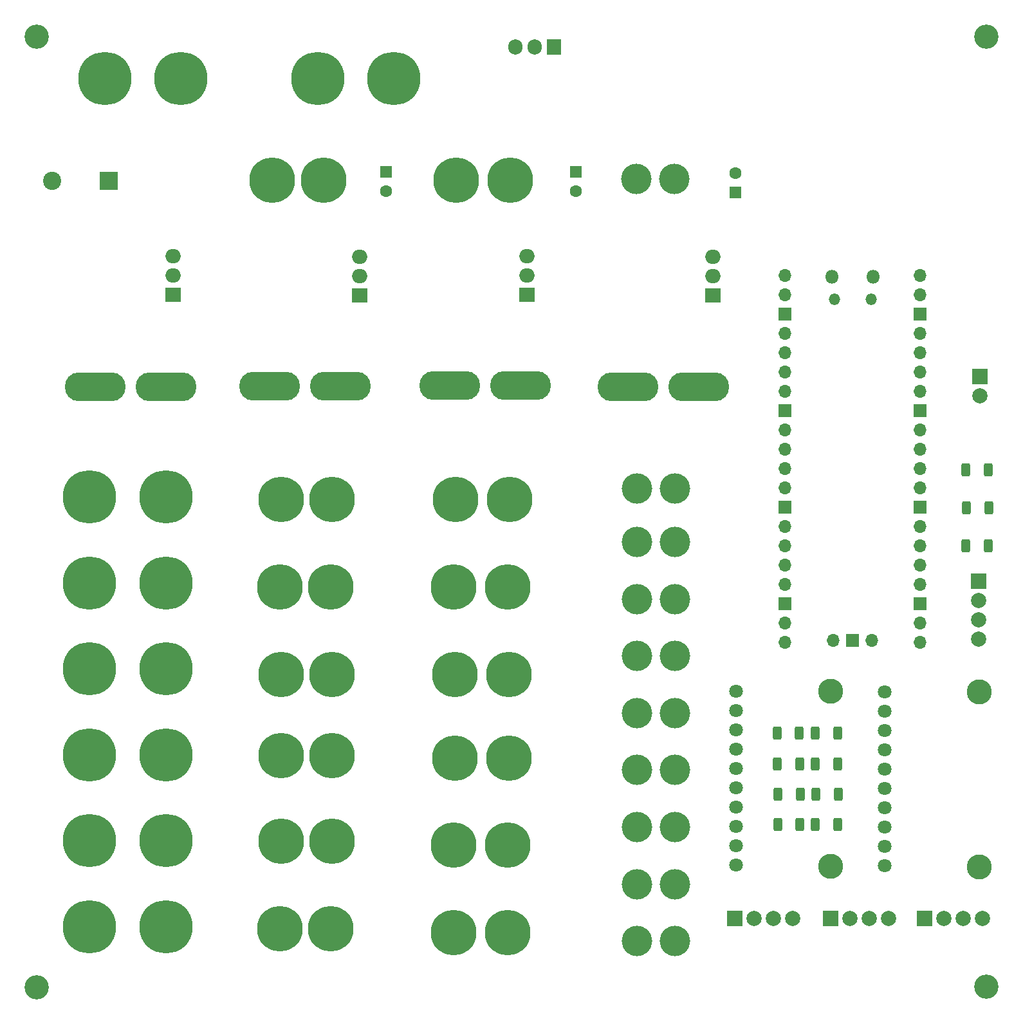
<source format=gbr>
%TF.GenerationSoftware,KiCad,Pcbnew,8.0.5*%
%TF.CreationDate,2024-11-01T15:38:32+01:00*%
%TF.ProjectId,PowerBoard,506f7765-7242-46f6-9172-642e6b696361,rev?*%
%TF.SameCoordinates,Original*%
%TF.FileFunction,Soldermask,Bot*%
%TF.FilePolarity,Negative*%
%FSLAX46Y46*%
G04 Gerber Fmt 4.6, Leading zero omitted, Abs format (unit mm)*
G04 Created by KiCad (PCBNEW 8.0.5) date 2024-11-01 15:38:32*
%MOMM*%
%LPD*%
G01*
G04 APERTURE LIST*
G04 Aperture macros list*
%AMRoundRect*
0 Rectangle with rounded corners*
0 $1 Rounding radius*
0 $2 $3 $4 $5 $6 $7 $8 $9 X,Y pos of 4 corners*
0 Add a 4 corners polygon primitive as box body*
4,1,4,$2,$3,$4,$5,$6,$7,$8,$9,$2,$3,0*
0 Add four circle primitives for the rounded corners*
1,1,$1+$1,$2,$3*
1,1,$1+$1,$4,$5*
1,1,$1+$1,$6,$7*
1,1,$1+$1,$8,$9*
0 Add four rect primitives between the rounded corners*
20,1,$1+$1,$2,$3,$4,$5,0*
20,1,$1+$1,$4,$5,$6,$7,0*
20,1,$1+$1,$6,$7,$8,$9,0*
20,1,$1+$1,$8,$9,$2,$3,0*%
G04 Aperture macros list end*
%ADD10R,2.000000X2.000000*%
%ADD11C,2.000000*%
%ADD12C,7.000000*%
%ADD13C,3.200000*%
%ADD14C,4.000000*%
%ADD15R,1.600000X1.600000*%
%ADD16C,1.600000*%
%ADD17C,6.000000*%
%ADD18O,8.000000X3.800000*%
%ADD19R,2.000000X1.905000*%
%ADD20O,2.000000X1.905000*%
%ADD21C,3.300000*%
%ADD22C,1.800000*%
%ADD23R,2.400000X2.400000*%
%ADD24C,2.400000*%
%ADD25O,1.700000X1.700000*%
%ADD26R,1.700000X1.700000*%
%ADD27O,1.800000X1.800000*%
%ADD28O,1.500000X1.500000*%
%ADD29R,1.905000X2.000000*%
%ADD30O,1.905000X2.000000*%
%ADD31RoundRect,0.250000X0.312500X0.625000X-0.312500X0.625000X-0.312500X-0.625000X0.312500X-0.625000X0*%
%ADD32RoundRect,0.250000X-0.312500X-0.625000X0.312500X-0.625000X0.312500X0.625000X-0.312500X0.625000X0*%
G04 APERTURE END LIST*
D10*
%TO.C,SPI1*%
X207000000Y-104190000D03*
D11*
X207000000Y-106730000D03*
X207000000Y-109270000D03*
X207000000Y-111810000D03*
%TD*%
D10*
%TO.C,I2C1*%
X207150000Y-77225000D03*
D11*
X207150000Y-79765000D03*
%TD*%
D12*
%TO.C,J5*%
X100000000Y-93100000D03*
X90000000Y-93100000D03*
%TD*%
D13*
%TO.C,H4*%
X208000000Y-32500000D03*
%TD*%
D14*
%TO.C,J22*%
X167000000Y-92000000D03*
X162000000Y-92000000D03*
%TD*%
%TO.C,J29*%
X167000000Y-136500000D03*
X162000000Y-136500000D03*
%TD*%
D15*
%TO.C,C8*%
X129000000Y-50317621D03*
D16*
X129000000Y-52817621D03*
%TD*%
D17*
%TO.C,J19*%
X145150000Y-127400000D03*
X138050000Y-127400000D03*
%TD*%
D14*
%TO.C,J24*%
X167000000Y-106500000D03*
X162000000Y-106500000D03*
%TD*%
D12*
%TO.C,J28*%
X100000000Y-149600000D03*
X90000000Y-149600000D03*
%TD*%
D18*
%TO.C,F3*%
X146650000Y-78400000D03*
X137350000Y-78400000D03*
%TD*%
D17*
%TO.C,J18*%
X145150000Y-116400000D03*
X138050000Y-116400000D03*
%TD*%
%TO.C,J10*%
X121900000Y-93400000D03*
X115200000Y-93400000D03*
%TD*%
D19*
%TO.C,Q7*%
X172000000Y-66540000D03*
D20*
X172000000Y-64000000D03*
X172000000Y-61460000D03*
%TD*%
D10*
%TO.C,GND1*%
X174880000Y-148500000D03*
D11*
X177420000Y-148500000D03*
X179960000Y-148500000D03*
X182500000Y-148500000D03*
%TD*%
D13*
%TO.C,H3*%
X208000000Y-157500000D03*
%TD*%
D17*
%TO.C,J13*%
X121900000Y-127100000D03*
X115200000Y-127100000D03*
%TD*%
D13*
%TO.C,H2*%
X83000000Y-157600000D03*
%TD*%
D12*
%TO.C,J8*%
X100000000Y-127000000D03*
X90000000Y-127000000D03*
%TD*%
D14*
%TO.C,J31*%
X167000000Y-151500000D03*
X162000000Y-151500000D03*
%TD*%
D21*
%TO.C,A2*%
X207073000Y-118705000D03*
X207073000Y-141742341D03*
D22*
X194627000Y-118705000D03*
X194627000Y-121245000D03*
X194627000Y-123785000D03*
X194627000Y-126325000D03*
X194627000Y-128865000D03*
X194627000Y-131405000D03*
X194627000Y-133945000D03*
X194627000Y-136485000D03*
X194627000Y-139025000D03*
X194627000Y-141565000D03*
%TD*%
D14*
%TO.C,J25*%
X167000000Y-114000000D03*
X162000000Y-114000000D03*
%TD*%
%TO.C,J23*%
X167000000Y-99000000D03*
X162000000Y-99000000D03*
%TD*%
%TO.C,J4*%
X166900000Y-51200000D03*
X161900000Y-51200000D03*
%TD*%
D23*
%TO.C,C5*%
X92512755Y-51500000D03*
D24*
X85012755Y-51500000D03*
%TD*%
D17*
%TO.C,J2*%
X120750000Y-51400000D03*
X114050000Y-51400000D03*
%TD*%
D19*
%TO.C,Q1*%
X101000000Y-66500000D03*
D20*
X101000000Y-63960000D03*
X101000000Y-61420000D03*
%TD*%
D17*
%TO.C,J11*%
X121700000Y-104900000D03*
X115000000Y-104900000D03*
%TD*%
D18*
%TO.C,F2*%
X123000000Y-78500000D03*
X113700000Y-78500000D03*
%TD*%
D12*
%TO.C,J9*%
X100000000Y-138300000D03*
X90000000Y-138300000D03*
%TD*%
%TO.C,J32*%
X120000000Y-38000000D03*
X130000000Y-38000000D03*
%TD*%
D17*
%TO.C,J20*%
X145000000Y-138900000D03*
X137900000Y-138900000D03*
%TD*%
%TO.C,J12*%
X121900000Y-116400000D03*
X115200000Y-116400000D03*
%TD*%
D14*
%TO.C,J27*%
X167000000Y-129000000D03*
X162000000Y-129000000D03*
%TD*%
D12*
%TO.C,J1*%
X102000000Y-38000000D03*
X92000000Y-38000000D03*
%TD*%
D25*
%TO.C,U1*%
X192930000Y-111970000D03*
D26*
X190390000Y-111970000D03*
D25*
X187850000Y-111970000D03*
X199280000Y-63940000D03*
X199280000Y-66480000D03*
D26*
X199280000Y-69020000D03*
D25*
X199280000Y-71560000D03*
X199280000Y-74100000D03*
X199280000Y-76640000D03*
X199280000Y-79180000D03*
D26*
X199280000Y-81720000D03*
D25*
X199280000Y-84260000D03*
X199280000Y-86800000D03*
X199280000Y-89340000D03*
X199280000Y-91880000D03*
D26*
X199280000Y-94420000D03*
D25*
X199280000Y-96960000D03*
X199280000Y-99500000D03*
X199280000Y-102040000D03*
X199280000Y-104580000D03*
D26*
X199280000Y-107120000D03*
D25*
X199280000Y-109660000D03*
X199280000Y-112200000D03*
X181500000Y-112200000D03*
X181500000Y-109660000D03*
D26*
X181500000Y-107120000D03*
D25*
X181500000Y-104580000D03*
X181500000Y-102040000D03*
X181500000Y-99500000D03*
X181500000Y-96960000D03*
D26*
X181500000Y-94420000D03*
D25*
X181500000Y-91880000D03*
X181500000Y-89340000D03*
X181500000Y-86800000D03*
X181500000Y-84260000D03*
D26*
X181500000Y-81720000D03*
D25*
X181500000Y-79180000D03*
X181500000Y-76640000D03*
X181500000Y-74100000D03*
X181500000Y-71560000D03*
D26*
X181500000Y-69020000D03*
D25*
X181500000Y-66480000D03*
X181500000Y-63940000D03*
D27*
X193115000Y-64070000D03*
D28*
X192815000Y-67100000D03*
X187965000Y-67100000D03*
D27*
X187665000Y-64070000D03*
%TD*%
D14*
%TO.C,J30*%
X167000000Y-144000000D03*
X162000000Y-144000000D03*
%TD*%
D17*
%TO.C,J3*%
X145300000Y-51400000D03*
X138200000Y-51400000D03*
%TD*%
D15*
%TO.C,C6*%
X154000000Y-50317621D03*
D16*
X154000000Y-52817621D03*
%TD*%
D13*
%TO.C,H1*%
X83000000Y-32500000D03*
%TD*%
D17*
%TO.C,J14*%
X121900000Y-138400000D03*
X115200000Y-138400000D03*
%TD*%
%TO.C,J17*%
X145000000Y-104900000D03*
X137900000Y-104900000D03*
%TD*%
D18*
%TO.C,F1*%
X100000000Y-78600000D03*
X90700000Y-78600000D03*
%TD*%
D19*
%TO.C,Q5*%
X147500000Y-66500000D03*
D20*
X147500000Y-63960000D03*
X147500000Y-61420000D03*
%TD*%
D12*
%TO.C,J6*%
X100000000Y-104400000D03*
X90000000Y-104400000D03*
%TD*%
D19*
%TO.C,Q2*%
X125500000Y-66540000D03*
D20*
X125500000Y-64000000D03*
X125500000Y-61460000D03*
%TD*%
D17*
%TO.C,J16*%
X145250000Y-93400000D03*
X138150000Y-93400000D03*
%TD*%
%TO.C,J21*%
X145000000Y-150400000D03*
X137900000Y-150400000D03*
%TD*%
D29*
%TO.C,U2*%
X151080000Y-33887500D03*
D30*
X148540000Y-33887500D03*
X146000000Y-33887500D03*
%TD*%
D17*
%TO.C,J15*%
X121700000Y-149900000D03*
X115000000Y-149900000D03*
%TD*%
D14*
%TO.C,J26*%
X167000000Y-121500000D03*
X162000000Y-121500000D03*
%TD*%
D18*
%TO.C,F4*%
X170150000Y-78600000D03*
X160850000Y-78600000D03*
%TD*%
D10*
%TO.C,VCC1*%
X187460000Y-148500000D03*
D11*
X190000000Y-148500000D03*
X192540000Y-148500000D03*
X195080000Y-148500000D03*
%TD*%
D15*
%TO.C,C7*%
X175000000Y-53000000D03*
D16*
X175000000Y-50500000D03*
%TD*%
D10*
%TO.C,ADC1*%
X199880000Y-148500000D03*
D11*
X202420000Y-148500000D03*
X204960000Y-148500000D03*
X207500000Y-148500000D03*
%TD*%
D12*
%TO.C,J7*%
X100000000Y-115700000D03*
X90000000Y-115700000D03*
%TD*%
D21*
%TO.C,A1*%
X187500000Y-118640000D03*
X187500000Y-141677341D03*
D22*
X175054000Y-118640000D03*
X175054000Y-121180000D03*
X175054000Y-123720000D03*
X175054000Y-126260000D03*
X175054000Y-128800000D03*
X175054000Y-131340000D03*
X175054000Y-133880000D03*
X175054000Y-136420000D03*
X175054000Y-138960000D03*
X175054000Y-141500000D03*
%TD*%
D31*
%TO.C,R27*%
X183425000Y-128177341D03*
X180500000Y-128177341D03*
%TD*%
D32*
%TO.C,R30*%
X185575000Y-132177341D03*
X188500000Y-132177341D03*
%TD*%
%TO.C,R26*%
X185500000Y-124177341D03*
X188425000Y-124177341D03*
%TD*%
D31*
%TO.C,R33*%
X208242500Y-89500000D03*
X205317500Y-89500000D03*
%TD*%
%TO.C,R39*%
X208305000Y-94500000D03*
X205380000Y-94500000D03*
%TD*%
%TO.C,R29*%
X183500000Y-132177341D03*
X180575000Y-132177341D03*
%TD*%
%TO.C,R40*%
X208242500Y-99500000D03*
X205317500Y-99500000D03*
%TD*%
%TO.C,R31*%
X183462500Y-136177341D03*
X180537500Y-136177341D03*
%TD*%
%TO.C,R25*%
X183387500Y-124177341D03*
X180462500Y-124177341D03*
%TD*%
D32*
%TO.C,R28*%
X185500000Y-128177341D03*
X188425000Y-128177341D03*
%TD*%
%TO.C,R32*%
X185500000Y-136177341D03*
X188425000Y-136177341D03*
%TD*%
M02*

</source>
